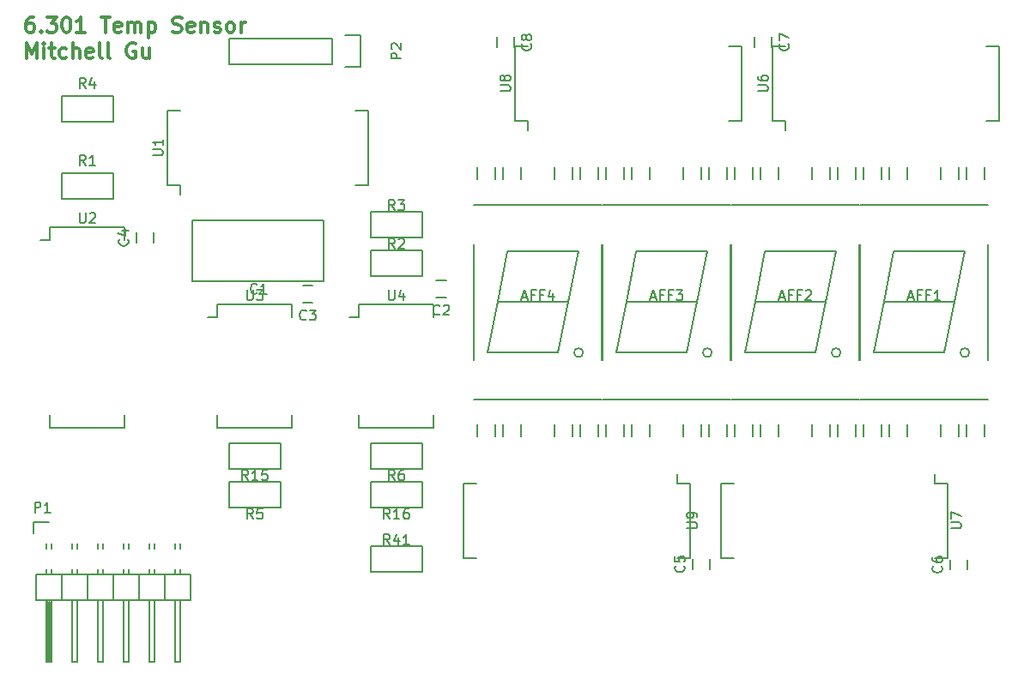
<source format=gto>
G04 #@! TF.FileFunction,Legend,Top*
%FSLAX46Y46*%
G04 Gerber Fmt 4.6, Leading zero omitted, Abs format (unit mm)*
G04 Created by KiCad (PCBNEW 4.0.4-stable) date Friday, December 09, 2016 'AMt' 01:33:50 AM*
%MOMM*%
%LPD*%
G01*
G04 APERTURE LIST*
%ADD10C,0.100000*%
%ADD11C,0.300000*%
%ADD12C,0.150000*%
G04 APERTURE END LIST*
D10*
D11*
X34655000Y-34098571D02*
X34369286Y-34098571D01*
X34226429Y-34170000D01*
X34155000Y-34241429D01*
X34012143Y-34455714D01*
X33940714Y-34741429D01*
X33940714Y-35312857D01*
X34012143Y-35455714D01*
X34083571Y-35527143D01*
X34226429Y-35598571D01*
X34512143Y-35598571D01*
X34655000Y-35527143D01*
X34726429Y-35455714D01*
X34797857Y-35312857D01*
X34797857Y-34955714D01*
X34726429Y-34812857D01*
X34655000Y-34741429D01*
X34512143Y-34670000D01*
X34226429Y-34670000D01*
X34083571Y-34741429D01*
X34012143Y-34812857D01*
X33940714Y-34955714D01*
X35440714Y-35455714D02*
X35512142Y-35527143D01*
X35440714Y-35598571D01*
X35369285Y-35527143D01*
X35440714Y-35455714D01*
X35440714Y-35598571D01*
X36012143Y-34098571D02*
X36940714Y-34098571D01*
X36440714Y-34670000D01*
X36655000Y-34670000D01*
X36797857Y-34741429D01*
X36869286Y-34812857D01*
X36940714Y-34955714D01*
X36940714Y-35312857D01*
X36869286Y-35455714D01*
X36797857Y-35527143D01*
X36655000Y-35598571D01*
X36226428Y-35598571D01*
X36083571Y-35527143D01*
X36012143Y-35455714D01*
X37869285Y-34098571D02*
X38012142Y-34098571D01*
X38154999Y-34170000D01*
X38226428Y-34241429D01*
X38297857Y-34384286D01*
X38369285Y-34670000D01*
X38369285Y-35027143D01*
X38297857Y-35312857D01*
X38226428Y-35455714D01*
X38154999Y-35527143D01*
X38012142Y-35598571D01*
X37869285Y-35598571D01*
X37726428Y-35527143D01*
X37654999Y-35455714D01*
X37583571Y-35312857D01*
X37512142Y-35027143D01*
X37512142Y-34670000D01*
X37583571Y-34384286D01*
X37654999Y-34241429D01*
X37726428Y-34170000D01*
X37869285Y-34098571D01*
X39797856Y-35598571D02*
X38940713Y-35598571D01*
X39369285Y-35598571D02*
X39369285Y-34098571D01*
X39226428Y-34312857D01*
X39083570Y-34455714D01*
X38940713Y-34527143D01*
X41369284Y-34098571D02*
X42226427Y-34098571D01*
X41797856Y-35598571D02*
X41797856Y-34098571D01*
X43297855Y-35527143D02*
X43154998Y-35598571D01*
X42869284Y-35598571D01*
X42726427Y-35527143D01*
X42654998Y-35384286D01*
X42654998Y-34812857D01*
X42726427Y-34670000D01*
X42869284Y-34598571D01*
X43154998Y-34598571D01*
X43297855Y-34670000D01*
X43369284Y-34812857D01*
X43369284Y-34955714D01*
X42654998Y-35098571D01*
X44012141Y-35598571D02*
X44012141Y-34598571D01*
X44012141Y-34741429D02*
X44083569Y-34670000D01*
X44226427Y-34598571D01*
X44440712Y-34598571D01*
X44583569Y-34670000D01*
X44654998Y-34812857D01*
X44654998Y-35598571D01*
X44654998Y-34812857D02*
X44726427Y-34670000D01*
X44869284Y-34598571D01*
X45083569Y-34598571D01*
X45226427Y-34670000D01*
X45297855Y-34812857D01*
X45297855Y-35598571D01*
X46012141Y-34598571D02*
X46012141Y-36098571D01*
X46012141Y-34670000D02*
X46154998Y-34598571D01*
X46440712Y-34598571D01*
X46583569Y-34670000D01*
X46654998Y-34741429D01*
X46726427Y-34884286D01*
X46726427Y-35312857D01*
X46654998Y-35455714D01*
X46583569Y-35527143D01*
X46440712Y-35598571D01*
X46154998Y-35598571D01*
X46012141Y-35527143D01*
X48440712Y-35527143D02*
X48654998Y-35598571D01*
X49012141Y-35598571D01*
X49154998Y-35527143D01*
X49226427Y-35455714D01*
X49297855Y-35312857D01*
X49297855Y-35170000D01*
X49226427Y-35027143D01*
X49154998Y-34955714D01*
X49012141Y-34884286D01*
X48726427Y-34812857D01*
X48583569Y-34741429D01*
X48512141Y-34670000D01*
X48440712Y-34527143D01*
X48440712Y-34384286D01*
X48512141Y-34241429D01*
X48583569Y-34170000D01*
X48726427Y-34098571D01*
X49083569Y-34098571D01*
X49297855Y-34170000D01*
X50512140Y-35527143D02*
X50369283Y-35598571D01*
X50083569Y-35598571D01*
X49940712Y-35527143D01*
X49869283Y-35384286D01*
X49869283Y-34812857D01*
X49940712Y-34670000D01*
X50083569Y-34598571D01*
X50369283Y-34598571D01*
X50512140Y-34670000D01*
X50583569Y-34812857D01*
X50583569Y-34955714D01*
X49869283Y-35098571D01*
X51226426Y-34598571D02*
X51226426Y-35598571D01*
X51226426Y-34741429D02*
X51297854Y-34670000D01*
X51440712Y-34598571D01*
X51654997Y-34598571D01*
X51797854Y-34670000D01*
X51869283Y-34812857D01*
X51869283Y-35598571D01*
X52512140Y-35527143D02*
X52654997Y-35598571D01*
X52940712Y-35598571D01*
X53083569Y-35527143D01*
X53154997Y-35384286D01*
X53154997Y-35312857D01*
X53083569Y-35170000D01*
X52940712Y-35098571D01*
X52726426Y-35098571D01*
X52583569Y-35027143D01*
X52512140Y-34884286D01*
X52512140Y-34812857D01*
X52583569Y-34670000D01*
X52726426Y-34598571D01*
X52940712Y-34598571D01*
X53083569Y-34670000D01*
X54012141Y-35598571D02*
X53869283Y-35527143D01*
X53797855Y-35455714D01*
X53726426Y-35312857D01*
X53726426Y-34884286D01*
X53797855Y-34741429D01*
X53869283Y-34670000D01*
X54012141Y-34598571D01*
X54226426Y-34598571D01*
X54369283Y-34670000D01*
X54440712Y-34741429D01*
X54512141Y-34884286D01*
X54512141Y-35312857D01*
X54440712Y-35455714D01*
X54369283Y-35527143D01*
X54226426Y-35598571D01*
X54012141Y-35598571D01*
X55154998Y-35598571D02*
X55154998Y-34598571D01*
X55154998Y-34884286D02*
X55226426Y-34741429D01*
X55297855Y-34670000D01*
X55440712Y-34598571D01*
X55583569Y-34598571D01*
X34012143Y-38148571D02*
X34012143Y-36648571D01*
X34512143Y-37720000D01*
X35012143Y-36648571D01*
X35012143Y-38148571D01*
X35726429Y-38148571D02*
X35726429Y-37148571D01*
X35726429Y-36648571D02*
X35655000Y-36720000D01*
X35726429Y-36791429D01*
X35797857Y-36720000D01*
X35726429Y-36648571D01*
X35726429Y-36791429D01*
X36226429Y-37148571D02*
X36797858Y-37148571D01*
X36440715Y-36648571D02*
X36440715Y-37934286D01*
X36512143Y-38077143D01*
X36655001Y-38148571D01*
X36797858Y-38148571D01*
X37940715Y-38077143D02*
X37797858Y-38148571D01*
X37512144Y-38148571D01*
X37369286Y-38077143D01*
X37297858Y-38005714D01*
X37226429Y-37862857D01*
X37226429Y-37434286D01*
X37297858Y-37291429D01*
X37369286Y-37220000D01*
X37512144Y-37148571D01*
X37797858Y-37148571D01*
X37940715Y-37220000D01*
X38583572Y-38148571D02*
X38583572Y-36648571D01*
X39226429Y-38148571D02*
X39226429Y-37362857D01*
X39155000Y-37220000D01*
X39012143Y-37148571D01*
X38797858Y-37148571D01*
X38655000Y-37220000D01*
X38583572Y-37291429D01*
X40512143Y-38077143D02*
X40369286Y-38148571D01*
X40083572Y-38148571D01*
X39940715Y-38077143D01*
X39869286Y-37934286D01*
X39869286Y-37362857D01*
X39940715Y-37220000D01*
X40083572Y-37148571D01*
X40369286Y-37148571D01*
X40512143Y-37220000D01*
X40583572Y-37362857D01*
X40583572Y-37505714D01*
X39869286Y-37648571D01*
X41440715Y-38148571D02*
X41297857Y-38077143D01*
X41226429Y-37934286D01*
X41226429Y-36648571D01*
X42226429Y-38148571D02*
X42083571Y-38077143D01*
X42012143Y-37934286D01*
X42012143Y-36648571D01*
X44726428Y-36720000D02*
X44583571Y-36648571D01*
X44369285Y-36648571D01*
X44155000Y-36720000D01*
X44012142Y-36862857D01*
X43940714Y-37005714D01*
X43869285Y-37291429D01*
X43869285Y-37505714D01*
X43940714Y-37791429D01*
X44012142Y-37934286D01*
X44155000Y-38077143D01*
X44369285Y-38148571D01*
X44512142Y-38148571D01*
X44726428Y-38077143D01*
X44797857Y-38005714D01*
X44797857Y-37505714D01*
X44512142Y-37505714D01*
X46083571Y-37148571D02*
X46083571Y-38148571D01*
X45440714Y-37148571D02*
X45440714Y-37934286D01*
X45512142Y-38077143D01*
X45655000Y-38148571D01*
X45869285Y-38148571D01*
X46012142Y-38077143D01*
X46083571Y-38005714D01*
D12*
X52840000Y-62475000D02*
X52840000Y-63745000D01*
X60190000Y-62475000D02*
X60190000Y-63745000D01*
X60190000Y-74685000D02*
X60190000Y-73415000D01*
X52840000Y-74685000D02*
X52840000Y-73415000D01*
X52840000Y-62475000D02*
X60190000Y-62475000D01*
X52840000Y-74685000D02*
X60190000Y-74685000D01*
X52840000Y-63745000D02*
X51905000Y-63745000D01*
X36330000Y-54855000D02*
X36330000Y-56125000D01*
X43680000Y-54855000D02*
X43680000Y-56125000D01*
X43680000Y-74685000D02*
X43680000Y-73415000D01*
X36330000Y-74685000D02*
X36330000Y-73415000D01*
X36330000Y-54855000D02*
X43680000Y-54855000D01*
X36330000Y-74685000D02*
X43680000Y-74685000D01*
X36330000Y-56125000D02*
X35395000Y-56125000D01*
X66810000Y-62475000D02*
X66810000Y-63745000D01*
X74160000Y-62475000D02*
X74160000Y-63745000D01*
X74160000Y-74685000D02*
X74160000Y-73415000D01*
X66810000Y-74685000D02*
X66810000Y-73415000D01*
X66810000Y-62475000D02*
X74160000Y-62475000D01*
X66810000Y-74685000D02*
X74160000Y-74685000D01*
X66810000Y-63745000D02*
X65875000Y-63745000D01*
X124850000Y-80145000D02*
X123580000Y-80145000D01*
X124850000Y-87495000D02*
X123580000Y-87495000D01*
X102480000Y-87495000D02*
X103750000Y-87495000D01*
X102480000Y-80145000D02*
X103750000Y-80145000D01*
X124850000Y-80145000D02*
X124850000Y-87495000D01*
X102480000Y-80145000D02*
X102480000Y-87495000D01*
X123580000Y-80145000D02*
X123580000Y-79210000D01*
X47870000Y-50665000D02*
X49140000Y-50665000D01*
X47870000Y-43315000D02*
X49140000Y-43315000D01*
X67700000Y-43315000D02*
X66430000Y-43315000D01*
X67700000Y-50665000D02*
X66430000Y-50665000D01*
X47870000Y-50665000D02*
X47870000Y-43315000D01*
X67700000Y-50665000D02*
X67700000Y-43315000D01*
X49140000Y-50665000D02*
X49140000Y-51600000D01*
X42545000Y-52070000D02*
X37465000Y-52070000D01*
X37465000Y-52070000D02*
X37465000Y-49530000D01*
X37465000Y-49530000D02*
X42545000Y-49530000D01*
X42545000Y-49530000D02*
X42545000Y-52070000D01*
X73025000Y-59690000D02*
X67945000Y-59690000D01*
X67945000Y-59690000D02*
X67945000Y-57150000D01*
X67945000Y-57150000D02*
X73025000Y-57150000D01*
X73025000Y-57150000D02*
X73025000Y-59690000D01*
X73025000Y-55880000D02*
X67945000Y-55880000D01*
X67945000Y-55880000D02*
X67945000Y-53340000D01*
X67945000Y-53340000D02*
X73025000Y-53340000D01*
X73025000Y-53340000D02*
X73025000Y-55880000D01*
X127002214Y-67230000D02*
G75*
G03X127002214Y-67230000I-447214J0D01*
G01*
X119555000Y-57230000D02*
X118555000Y-62230000D01*
X118555000Y-62230000D02*
X117555000Y-67230000D01*
X117555000Y-67230000D02*
X124555000Y-67230000D01*
X124555000Y-67230000D02*
X125555000Y-62230000D01*
X126555000Y-57230000D02*
X125555000Y-62230000D01*
X125555000Y-62230000D02*
X118555000Y-62230000D01*
X119555000Y-57230000D02*
X126555000Y-57230000D01*
X128855000Y-71830000D02*
X116255000Y-71830000D01*
X116255000Y-56530000D02*
X116255000Y-67930000D01*
X128855000Y-56530000D02*
X128855000Y-67930000D01*
X116255000Y-52630000D02*
X128855000Y-52630000D01*
X48641000Y-86614000D02*
X48641000Y-86106000D01*
X49149000Y-86614000D02*
X49149000Y-86106000D01*
X46609000Y-86614000D02*
X46609000Y-86106000D01*
X46101000Y-86614000D02*
X46101000Y-86106000D01*
X44069000Y-86614000D02*
X44069000Y-86106000D01*
X43561000Y-86614000D02*
X43561000Y-86106000D01*
X35941000Y-86614000D02*
X35941000Y-86106000D01*
X36449000Y-86614000D02*
X36449000Y-86106000D01*
X41529000Y-86614000D02*
X41529000Y-86106000D01*
X41021000Y-86614000D02*
X41021000Y-86106000D01*
X38989000Y-86614000D02*
X38989000Y-86106000D01*
X38481000Y-86614000D02*
X38481000Y-86106000D01*
X49149000Y-89154000D02*
X49149000Y-88646000D01*
X48641000Y-89154000D02*
X48641000Y-88646000D01*
X46609000Y-89154000D02*
X46609000Y-88646000D01*
X46101000Y-89154000D02*
X46101000Y-88646000D01*
X35941000Y-89154000D02*
X35941000Y-88646000D01*
X36449000Y-89154000D02*
X36449000Y-88646000D01*
X38481000Y-89154000D02*
X38481000Y-88646000D01*
X38989000Y-89154000D02*
X38989000Y-88646000D01*
X44069000Y-89154000D02*
X44069000Y-88646000D01*
X43561000Y-89154000D02*
X43561000Y-88646000D01*
X41529000Y-89154000D02*
X41529000Y-88646000D01*
X41021000Y-89154000D02*
X41021000Y-88646000D01*
X34645000Y-85090000D02*
X34645000Y-83940000D01*
X34645000Y-83940000D02*
X36195000Y-83940000D01*
X36068000Y-91694000D02*
X36068000Y-97663000D01*
X36068000Y-97663000D02*
X36322000Y-97663000D01*
X36322000Y-97663000D02*
X36322000Y-91821000D01*
X36322000Y-91821000D02*
X36195000Y-91821000D01*
X36195000Y-91821000D02*
X36195000Y-97663000D01*
X45085000Y-89154000D02*
X45085000Y-91694000D01*
X45085000Y-89154000D02*
X47625000Y-89154000D01*
X47625000Y-89154000D02*
X47625000Y-91694000D01*
X46101000Y-91694000D02*
X46101000Y-97790000D01*
X46101000Y-97790000D02*
X46609000Y-97790000D01*
X46609000Y-97790000D02*
X46609000Y-91694000D01*
X47625000Y-91694000D02*
X45085000Y-91694000D01*
X50165000Y-91694000D02*
X47625000Y-91694000D01*
X49149000Y-97790000D02*
X49149000Y-91694000D01*
X48641000Y-97790000D02*
X49149000Y-97790000D01*
X48641000Y-91694000D02*
X48641000Y-97790000D01*
X47625000Y-89154000D02*
X50165000Y-89154000D01*
X47625000Y-89154000D02*
X47625000Y-91694000D01*
X50165000Y-89154000D02*
X50165000Y-91694000D01*
X40005000Y-89154000D02*
X40005000Y-91694000D01*
X40005000Y-89154000D02*
X42545000Y-89154000D01*
X42545000Y-89154000D02*
X42545000Y-91694000D01*
X41021000Y-91694000D02*
X41021000Y-97790000D01*
X41021000Y-97790000D02*
X41529000Y-97790000D01*
X41529000Y-97790000D02*
X41529000Y-91694000D01*
X42545000Y-91694000D02*
X40005000Y-91694000D01*
X45085000Y-91694000D02*
X42545000Y-91694000D01*
X44069000Y-97790000D02*
X44069000Y-91694000D01*
X43561000Y-97790000D02*
X44069000Y-97790000D01*
X43561000Y-91694000D02*
X43561000Y-97790000D01*
X45085000Y-89154000D02*
X45085000Y-91694000D01*
X42545000Y-89154000D02*
X45085000Y-89154000D01*
X42545000Y-89154000D02*
X42545000Y-91694000D01*
X37465000Y-89154000D02*
X37465000Y-91694000D01*
X37465000Y-89154000D02*
X40005000Y-89154000D01*
X40005000Y-89154000D02*
X40005000Y-91694000D01*
X38481000Y-91694000D02*
X38481000Y-97790000D01*
X38481000Y-97790000D02*
X38989000Y-97790000D01*
X38989000Y-97790000D02*
X38989000Y-91694000D01*
X40005000Y-91694000D02*
X37465000Y-91694000D01*
X37465000Y-91694000D02*
X34925000Y-91694000D01*
X36449000Y-97790000D02*
X36449000Y-91694000D01*
X35941000Y-97790000D02*
X36449000Y-97790000D01*
X35941000Y-91694000D02*
X35941000Y-97790000D01*
X37465000Y-89154000D02*
X37465000Y-91694000D01*
X34925000Y-89154000D02*
X37465000Y-89154000D01*
X34925000Y-89154000D02*
X34925000Y-91694000D01*
X37465000Y-41910000D02*
X42545000Y-41910000D01*
X42545000Y-41910000D02*
X42545000Y-44450000D01*
X42545000Y-44450000D02*
X37465000Y-44450000D01*
X37465000Y-44450000D02*
X37465000Y-41910000D01*
X53975000Y-80010000D02*
X59055000Y-80010000D01*
X59055000Y-80010000D02*
X59055000Y-82550000D01*
X59055000Y-82550000D02*
X53975000Y-82550000D01*
X53975000Y-82550000D02*
X53975000Y-80010000D01*
X67945000Y-76200000D02*
X73025000Y-76200000D01*
X73025000Y-76200000D02*
X73025000Y-78740000D01*
X73025000Y-78740000D02*
X67945000Y-78740000D01*
X67945000Y-78740000D02*
X67945000Y-76200000D01*
X59055000Y-78740000D02*
X53975000Y-78740000D01*
X53975000Y-78740000D02*
X53975000Y-76200000D01*
X53975000Y-76200000D02*
X59055000Y-76200000D01*
X59055000Y-76200000D02*
X59055000Y-78740000D01*
X73025000Y-82550000D02*
X67945000Y-82550000D01*
X67945000Y-82550000D02*
X67945000Y-80010000D01*
X67945000Y-80010000D02*
X73025000Y-80010000D01*
X73025000Y-80010000D02*
X73025000Y-82550000D01*
X114302214Y-67230000D02*
G75*
G03X114302214Y-67230000I-447214J0D01*
G01*
X106855000Y-57230000D02*
X105855000Y-62230000D01*
X105855000Y-62230000D02*
X104855000Y-67230000D01*
X104855000Y-67230000D02*
X111855000Y-67230000D01*
X111855000Y-67230000D02*
X112855000Y-62230000D01*
X113855000Y-57230000D02*
X112855000Y-62230000D01*
X112855000Y-62230000D02*
X105855000Y-62230000D01*
X106855000Y-57230000D02*
X113855000Y-57230000D01*
X116155000Y-71830000D02*
X103555000Y-71830000D01*
X103555000Y-56530000D02*
X103555000Y-67930000D01*
X116155000Y-56530000D02*
X116155000Y-67930000D01*
X103555000Y-52630000D02*
X116155000Y-52630000D01*
X101602214Y-67230000D02*
G75*
G03X101602214Y-67230000I-447214J0D01*
G01*
X94155000Y-57230000D02*
X93155000Y-62230000D01*
X93155000Y-62230000D02*
X92155000Y-67230000D01*
X92155000Y-67230000D02*
X99155000Y-67230000D01*
X99155000Y-67230000D02*
X100155000Y-62230000D01*
X101155000Y-57230000D02*
X100155000Y-62230000D01*
X100155000Y-62230000D02*
X93155000Y-62230000D01*
X94155000Y-57230000D02*
X101155000Y-57230000D01*
X103455000Y-71830000D02*
X90855000Y-71830000D01*
X90855000Y-56530000D02*
X90855000Y-67930000D01*
X103455000Y-56530000D02*
X103455000Y-67930000D01*
X90855000Y-52630000D02*
X103455000Y-52630000D01*
X88902214Y-67230000D02*
G75*
G03X88902214Y-67230000I-447214J0D01*
G01*
X81455000Y-57230000D02*
X80455000Y-62230000D01*
X80455000Y-62230000D02*
X79455000Y-67230000D01*
X79455000Y-67230000D02*
X86455000Y-67230000D01*
X86455000Y-67230000D02*
X87455000Y-62230000D01*
X88455000Y-57230000D02*
X87455000Y-62230000D01*
X87455000Y-62230000D02*
X80455000Y-62230000D01*
X81455000Y-57230000D02*
X88455000Y-57230000D01*
X90755000Y-71830000D02*
X78155000Y-71830000D01*
X78155000Y-56530000D02*
X78155000Y-67930000D01*
X90755000Y-56530000D02*
X90755000Y-67930000D01*
X78155000Y-52630000D02*
X90755000Y-52630000D01*
X50316000Y-54150000D02*
X63316000Y-54150000D01*
X63316000Y-54150000D02*
X63316000Y-60150000D01*
X63316000Y-60150000D02*
X50316000Y-60150000D01*
X50316000Y-60150000D02*
X50316000Y-54150000D01*
X128510000Y-48930000D02*
X128510000Y-50130000D01*
X126760000Y-50130000D02*
X126760000Y-48930000D01*
X126760000Y-75530000D02*
X126760000Y-74330000D01*
X128510000Y-74330000D02*
X128510000Y-75530000D01*
X125970000Y-48930000D02*
X125970000Y-50130000D01*
X124220000Y-50130000D02*
X124220000Y-48930000D01*
X124220000Y-75530000D02*
X124220000Y-74330000D01*
X125970000Y-74330000D02*
X125970000Y-75530000D01*
X120890000Y-48930000D02*
X120890000Y-50130000D01*
X119140000Y-50130000D02*
X119140000Y-48930000D01*
X119140000Y-75530000D02*
X119140000Y-74330000D01*
X120890000Y-74330000D02*
X120890000Y-75530000D01*
X118350000Y-48930000D02*
X118350000Y-50130000D01*
X116600000Y-50130000D02*
X116600000Y-48930000D01*
X116600000Y-75530000D02*
X116600000Y-74330000D01*
X118350000Y-74330000D02*
X118350000Y-75530000D01*
X115810000Y-48930000D02*
X115810000Y-50130000D01*
X114060000Y-50130000D02*
X114060000Y-48930000D01*
X114060000Y-75530000D02*
X114060000Y-74330000D01*
X115810000Y-74330000D02*
X115810000Y-75530000D01*
X113270000Y-48930000D02*
X113270000Y-50130000D01*
X111520000Y-50130000D02*
X111520000Y-48930000D01*
X111520000Y-75530000D02*
X111520000Y-74330000D01*
X113270000Y-74330000D02*
X113270000Y-75530000D01*
X108190000Y-48930000D02*
X108190000Y-50130000D01*
X106440000Y-50130000D02*
X106440000Y-48930000D01*
X106440000Y-75530000D02*
X106440000Y-74330000D01*
X108190000Y-74330000D02*
X108190000Y-75530000D01*
X105650000Y-48930000D02*
X105650000Y-50130000D01*
X103900000Y-50130000D02*
X103900000Y-48930000D01*
X103900000Y-75530000D02*
X103900000Y-74330000D01*
X105650000Y-74330000D02*
X105650000Y-75530000D01*
X103110000Y-48930000D02*
X103110000Y-50130000D01*
X101360000Y-50130000D02*
X101360000Y-48930000D01*
X101360000Y-75530000D02*
X101360000Y-74330000D01*
X103110000Y-74330000D02*
X103110000Y-75530000D01*
X100570000Y-48930000D02*
X100570000Y-50130000D01*
X98820000Y-50130000D02*
X98820000Y-48930000D01*
X98820000Y-75530000D02*
X98820000Y-74330000D01*
X100570000Y-74330000D02*
X100570000Y-75530000D01*
X95490000Y-48930000D02*
X95490000Y-50130000D01*
X93740000Y-50130000D02*
X93740000Y-48930000D01*
X93740000Y-75530000D02*
X93740000Y-74330000D01*
X95490000Y-74330000D02*
X95490000Y-75530000D01*
X92950000Y-48930000D02*
X92950000Y-50130000D01*
X91200000Y-50130000D02*
X91200000Y-48930000D01*
X91200000Y-75530000D02*
X91200000Y-74330000D01*
X92950000Y-74330000D02*
X92950000Y-75530000D01*
X90410000Y-48930000D02*
X90410000Y-50130000D01*
X88660000Y-50130000D02*
X88660000Y-48930000D01*
X88660000Y-75530000D02*
X88660000Y-74330000D01*
X90410000Y-74330000D02*
X90410000Y-75530000D01*
X87870000Y-48930000D02*
X87870000Y-50130000D01*
X86120000Y-50130000D02*
X86120000Y-48930000D01*
X86120000Y-75530000D02*
X86120000Y-74330000D01*
X87870000Y-74330000D02*
X87870000Y-75530000D01*
X82790000Y-48930000D02*
X82790000Y-50130000D01*
X81040000Y-50130000D02*
X81040000Y-48930000D01*
X81040000Y-75530000D02*
X81040000Y-74330000D01*
X82790000Y-74330000D02*
X82790000Y-75530000D01*
X80250000Y-48930000D02*
X80250000Y-50130000D01*
X78500000Y-50130000D02*
X78500000Y-48930000D01*
X78500000Y-75530000D02*
X78500000Y-74330000D01*
X80250000Y-74330000D02*
X80250000Y-75530000D01*
X107560000Y-44315000D02*
X108830000Y-44315000D01*
X107560000Y-36965000D02*
X108830000Y-36965000D01*
X129930000Y-36965000D02*
X128660000Y-36965000D01*
X129930000Y-44315000D02*
X128660000Y-44315000D01*
X107560000Y-44315000D02*
X107560000Y-36965000D01*
X129930000Y-44315000D02*
X129930000Y-36965000D01*
X108830000Y-44315000D02*
X108830000Y-45250000D01*
X82160000Y-44315000D02*
X83430000Y-44315000D01*
X82160000Y-36965000D02*
X83430000Y-36965000D01*
X104530000Y-36965000D02*
X103260000Y-36965000D01*
X104530000Y-44315000D02*
X103260000Y-44315000D01*
X82160000Y-44315000D02*
X82160000Y-36965000D01*
X104530000Y-44315000D02*
X104530000Y-36965000D01*
X83430000Y-44315000D02*
X83430000Y-45250000D01*
X99450000Y-80145000D02*
X98180000Y-80145000D01*
X99450000Y-87495000D02*
X98180000Y-87495000D01*
X77080000Y-87495000D02*
X78350000Y-87495000D01*
X77080000Y-80145000D02*
X78350000Y-80145000D01*
X99450000Y-80145000D02*
X99450000Y-87495000D01*
X77080000Y-80145000D02*
X77080000Y-87495000D01*
X98180000Y-80145000D02*
X98180000Y-79210000D01*
X65405000Y-35915000D02*
X66955000Y-35915000D01*
X66955000Y-35915000D02*
X66955000Y-39015000D01*
X66955000Y-39015000D02*
X65405000Y-39015000D01*
X64135000Y-38735000D02*
X53975000Y-38735000D01*
X53975000Y-38735000D02*
X53975000Y-36195000D01*
X53975000Y-36195000D02*
X64135000Y-36195000D01*
X64135000Y-38735000D02*
X64135000Y-36195000D01*
X73025000Y-88900000D02*
X67945000Y-88900000D01*
X67945000Y-88900000D02*
X67945000Y-86360000D01*
X67945000Y-86360000D02*
X73025000Y-86360000D01*
X73025000Y-86360000D02*
X73025000Y-88900000D01*
X74410000Y-61810000D02*
X75410000Y-61810000D01*
X75410000Y-60110000D02*
X74410000Y-60110000D01*
X61242000Y-62318000D02*
X62242000Y-62318000D01*
X62242000Y-60618000D02*
X61242000Y-60618000D01*
X44870000Y-55380000D02*
X44870000Y-56380000D01*
X46570000Y-56380000D02*
X46570000Y-55380000D01*
X99734000Y-87618000D02*
X99734000Y-88618000D01*
X101434000Y-88618000D02*
X101434000Y-87618000D01*
X125134000Y-87658000D02*
X125134000Y-88658000D01*
X126834000Y-88658000D02*
X126834000Y-87658000D01*
X107530000Y-37076000D02*
X107530000Y-36076000D01*
X105830000Y-36076000D02*
X105830000Y-37076000D01*
X82130000Y-37076000D02*
X82130000Y-36076000D01*
X80430000Y-36076000D02*
X80430000Y-37076000D01*
X55753095Y-61047381D02*
X55753095Y-61856905D01*
X55800714Y-61952143D01*
X55848333Y-61999762D01*
X55943571Y-62047381D01*
X56134048Y-62047381D01*
X56229286Y-61999762D01*
X56276905Y-61952143D01*
X56324524Y-61856905D01*
X56324524Y-61047381D01*
X56705476Y-61047381D02*
X57324524Y-61047381D01*
X56991190Y-61428333D01*
X57134048Y-61428333D01*
X57229286Y-61475952D01*
X57276905Y-61523571D01*
X57324524Y-61618810D01*
X57324524Y-61856905D01*
X57276905Y-61952143D01*
X57229286Y-61999762D01*
X57134048Y-62047381D01*
X56848333Y-62047381D01*
X56753095Y-61999762D01*
X56705476Y-61952143D01*
X39243095Y-53427381D02*
X39243095Y-54236905D01*
X39290714Y-54332143D01*
X39338333Y-54379762D01*
X39433571Y-54427381D01*
X39624048Y-54427381D01*
X39719286Y-54379762D01*
X39766905Y-54332143D01*
X39814524Y-54236905D01*
X39814524Y-53427381D01*
X40243095Y-53522619D02*
X40290714Y-53475000D01*
X40385952Y-53427381D01*
X40624048Y-53427381D01*
X40719286Y-53475000D01*
X40766905Y-53522619D01*
X40814524Y-53617857D01*
X40814524Y-53713095D01*
X40766905Y-53855952D01*
X40195476Y-54427381D01*
X40814524Y-54427381D01*
X69723095Y-61047381D02*
X69723095Y-61856905D01*
X69770714Y-61952143D01*
X69818333Y-61999762D01*
X69913571Y-62047381D01*
X70104048Y-62047381D01*
X70199286Y-61999762D01*
X70246905Y-61952143D01*
X70294524Y-61856905D01*
X70294524Y-61047381D01*
X71199286Y-61380714D02*
X71199286Y-62047381D01*
X70961190Y-60999762D02*
X70723095Y-61714048D01*
X71342143Y-61714048D01*
X125182381Y-84581905D02*
X125991905Y-84581905D01*
X126087143Y-84534286D01*
X126134762Y-84486667D01*
X126182381Y-84391429D01*
X126182381Y-84200952D01*
X126134762Y-84105714D01*
X126087143Y-84058095D01*
X125991905Y-84010476D01*
X125182381Y-84010476D01*
X125182381Y-83629524D02*
X125182381Y-82962857D01*
X126182381Y-83391429D01*
X46442381Y-47751905D02*
X47251905Y-47751905D01*
X47347143Y-47704286D01*
X47394762Y-47656667D01*
X47442381Y-47561429D01*
X47442381Y-47370952D01*
X47394762Y-47275714D01*
X47347143Y-47228095D01*
X47251905Y-47180476D01*
X46442381Y-47180476D01*
X47442381Y-46180476D02*
X47442381Y-46751905D01*
X47442381Y-46466191D02*
X46442381Y-46466191D01*
X46585238Y-46561429D01*
X46680476Y-46656667D01*
X46728095Y-46751905D01*
X39838334Y-48712381D02*
X39505000Y-48236190D01*
X39266905Y-48712381D02*
X39266905Y-47712381D01*
X39647858Y-47712381D01*
X39743096Y-47760000D01*
X39790715Y-47807619D01*
X39838334Y-47902857D01*
X39838334Y-48045714D01*
X39790715Y-48140952D01*
X39743096Y-48188571D01*
X39647858Y-48236190D01*
X39266905Y-48236190D01*
X40790715Y-48712381D02*
X40219286Y-48712381D01*
X40505000Y-48712381D02*
X40505000Y-47712381D01*
X40409762Y-47855238D01*
X40314524Y-47950476D01*
X40219286Y-47998095D01*
X70318334Y-56967381D02*
X69985000Y-56491190D01*
X69746905Y-56967381D02*
X69746905Y-55967381D01*
X70127858Y-55967381D01*
X70223096Y-56015000D01*
X70270715Y-56062619D01*
X70318334Y-56157857D01*
X70318334Y-56300714D01*
X70270715Y-56395952D01*
X70223096Y-56443571D01*
X70127858Y-56491190D01*
X69746905Y-56491190D01*
X70699286Y-56062619D02*
X70746905Y-56015000D01*
X70842143Y-55967381D01*
X71080239Y-55967381D01*
X71175477Y-56015000D01*
X71223096Y-56062619D01*
X71270715Y-56157857D01*
X71270715Y-56253095D01*
X71223096Y-56395952D01*
X70651667Y-56967381D01*
X71270715Y-56967381D01*
X70318334Y-53157381D02*
X69985000Y-52681190D01*
X69746905Y-53157381D02*
X69746905Y-52157381D01*
X70127858Y-52157381D01*
X70223096Y-52205000D01*
X70270715Y-52252619D01*
X70318334Y-52347857D01*
X70318334Y-52490714D01*
X70270715Y-52585952D01*
X70223096Y-52633571D01*
X70127858Y-52681190D01*
X69746905Y-52681190D01*
X70651667Y-52157381D02*
X71270715Y-52157381D01*
X70937381Y-52538333D01*
X71080239Y-52538333D01*
X71175477Y-52585952D01*
X71223096Y-52633571D01*
X71270715Y-52728810D01*
X71270715Y-52966905D01*
X71223096Y-53062143D01*
X71175477Y-53109762D01*
X71080239Y-53157381D01*
X70794524Y-53157381D01*
X70699286Y-53109762D01*
X70651667Y-53062143D01*
X120983571Y-61761667D02*
X121459762Y-61761667D01*
X120888333Y-62047381D02*
X121221666Y-61047381D01*
X121555000Y-62047381D01*
X122221667Y-61523571D02*
X121888333Y-61523571D01*
X121888333Y-62047381D02*
X121888333Y-61047381D01*
X122364524Y-61047381D01*
X123078810Y-61523571D02*
X122745476Y-61523571D01*
X122745476Y-62047381D02*
X122745476Y-61047381D01*
X123221667Y-61047381D01*
X124126429Y-62047381D02*
X123555000Y-62047381D01*
X123840714Y-62047381D02*
X123840714Y-61047381D01*
X123745476Y-61190238D01*
X123650238Y-61285476D01*
X123555000Y-61333095D01*
X34821905Y-83002381D02*
X34821905Y-82002381D01*
X35202858Y-82002381D01*
X35298096Y-82050000D01*
X35345715Y-82097619D01*
X35393334Y-82192857D01*
X35393334Y-82335714D01*
X35345715Y-82430952D01*
X35298096Y-82478571D01*
X35202858Y-82526190D01*
X34821905Y-82526190D01*
X36345715Y-83002381D02*
X35774286Y-83002381D01*
X36060000Y-83002381D02*
X36060000Y-82002381D01*
X35964762Y-82145238D01*
X35869524Y-82240476D01*
X35774286Y-82288095D01*
X39838334Y-41092381D02*
X39505000Y-40616190D01*
X39266905Y-41092381D02*
X39266905Y-40092381D01*
X39647858Y-40092381D01*
X39743096Y-40140000D01*
X39790715Y-40187619D01*
X39838334Y-40282857D01*
X39838334Y-40425714D01*
X39790715Y-40520952D01*
X39743096Y-40568571D01*
X39647858Y-40616190D01*
X39266905Y-40616190D01*
X40695477Y-40425714D02*
X40695477Y-41092381D01*
X40457381Y-40044762D02*
X40219286Y-40759048D01*
X40838334Y-40759048D01*
X56348334Y-83637381D02*
X56015000Y-83161190D01*
X55776905Y-83637381D02*
X55776905Y-82637381D01*
X56157858Y-82637381D01*
X56253096Y-82685000D01*
X56300715Y-82732619D01*
X56348334Y-82827857D01*
X56348334Y-82970714D01*
X56300715Y-83065952D01*
X56253096Y-83113571D01*
X56157858Y-83161190D01*
X55776905Y-83161190D01*
X57253096Y-82637381D02*
X56776905Y-82637381D01*
X56729286Y-83113571D01*
X56776905Y-83065952D01*
X56872143Y-83018333D01*
X57110239Y-83018333D01*
X57205477Y-83065952D01*
X57253096Y-83113571D01*
X57300715Y-83208810D01*
X57300715Y-83446905D01*
X57253096Y-83542143D01*
X57205477Y-83589762D01*
X57110239Y-83637381D01*
X56872143Y-83637381D01*
X56776905Y-83589762D01*
X56729286Y-83542143D01*
X70318334Y-79827381D02*
X69985000Y-79351190D01*
X69746905Y-79827381D02*
X69746905Y-78827381D01*
X70127858Y-78827381D01*
X70223096Y-78875000D01*
X70270715Y-78922619D01*
X70318334Y-79017857D01*
X70318334Y-79160714D01*
X70270715Y-79255952D01*
X70223096Y-79303571D01*
X70127858Y-79351190D01*
X69746905Y-79351190D01*
X71175477Y-78827381D02*
X70985000Y-78827381D01*
X70889762Y-78875000D01*
X70842143Y-78922619D01*
X70746905Y-79065476D01*
X70699286Y-79255952D01*
X70699286Y-79636905D01*
X70746905Y-79732143D01*
X70794524Y-79779762D01*
X70889762Y-79827381D01*
X71080239Y-79827381D01*
X71175477Y-79779762D01*
X71223096Y-79732143D01*
X71270715Y-79636905D01*
X71270715Y-79398810D01*
X71223096Y-79303571D01*
X71175477Y-79255952D01*
X71080239Y-79208333D01*
X70889762Y-79208333D01*
X70794524Y-79255952D01*
X70746905Y-79303571D01*
X70699286Y-79398810D01*
X55872143Y-79827381D02*
X55538809Y-79351190D01*
X55300714Y-79827381D02*
X55300714Y-78827381D01*
X55681667Y-78827381D01*
X55776905Y-78875000D01*
X55824524Y-78922619D01*
X55872143Y-79017857D01*
X55872143Y-79160714D01*
X55824524Y-79255952D01*
X55776905Y-79303571D01*
X55681667Y-79351190D01*
X55300714Y-79351190D01*
X56824524Y-79827381D02*
X56253095Y-79827381D01*
X56538809Y-79827381D02*
X56538809Y-78827381D01*
X56443571Y-78970238D01*
X56348333Y-79065476D01*
X56253095Y-79113095D01*
X57729286Y-78827381D02*
X57253095Y-78827381D01*
X57205476Y-79303571D01*
X57253095Y-79255952D01*
X57348333Y-79208333D01*
X57586429Y-79208333D01*
X57681667Y-79255952D01*
X57729286Y-79303571D01*
X57776905Y-79398810D01*
X57776905Y-79636905D01*
X57729286Y-79732143D01*
X57681667Y-79779762D01*
X57586429Y-79827381D01*
X57348333Y-79827381D01*
X57253095Y-79779762D01*
X57205476Y-79732143D01*
X69842143Y-83637381D02*
X69508809Y-83161190D01*
X69270714Y-83637381D02*
X69270714Y-82637381D01*
X69651667Y-82637381D01*
X69746905Y-82685000D01*
X69794524Y-82732619D01*
X69842143Y-82827857D01*
X69842143Y-82970714D01*
X69794524Y-83065952D01*
X69746905Y-83113571D01*
X69651667Y-83161190D01*
X69270714Y-83161190D01*
X70794524Y-83637381D02*
X70223095Y-83637381D01*
X70508809Y-83637381D02*
X70508809Y-82637381D01*
X70413571Y-82780238D01*
X70318333Y-82875476D01*
X70223095Y-82923095D01*
X71651667Y-82637381D02*
X71461190Y-82637381D01*
X71365952Y-82685000D01*
X71318333Y-82732619D01*
X71223095Y-82875476D01*
X71175476Y-83065952D01*
X71175476Y-83446905D01*
X71223095Y-83542143D01*
X71270714Y-83589762D01*
X71365952Y-83637381D01*
X71556429Y-83637381D01*
X71651667Y-83589762D01*
X71699286Y-83542143D01*
X71746905Y-83446905D01*
X71746905Y-83208810D01*
X71699286Y-83113571D01*
X71651667Y-83065952D01*
X71556429Y-83018333D01*
X71365952Y-83018333D01*
X71270714Y-83065952D01*
X71223095Y-83113571D01*
X71175476Y-83208810D01*
X108283571Y-61761667D02*
X108759762Y-61761667D01*
X108188333Y-62047381D02*
X108521666Y-61047381D01*
X108855000Y-62047381D01*
X109521667Y-61523571D02*
X109188333Y-61523571D01*
X109188333Y-62047381D02*
X109188333Y-61047381D01*
X109664524Y-61047381D01*
X110378810Y-61523571D02*
X110045476Y-61523571D01*
X110045476Y-62047381D02*
X110045476Y-61047381D01*
X110521667Y-61047381D01*
X110855000Y-61142619D02*
X110902619Y-61095000D01*
X110997857Y-61047381D01*
X111235953Y-61047381D01*
X111331191Y-61095000D01*
X111378810Y-61142619D01*
X111426429Y-61237857D01*
X111426429Y-61333095D01*
X111378810Y-61475952D01*
X110807381Y-62047381D01*
X111426429Y-62047381D01*
X95583571Y-61761667D02*
X96059762Y-61761667D01*
X95488333Y-62047381D02*
X95821666Y-61047381D01*
X96155000Y-62047381D01*
X96821667Y-61523571D02*
X96488333Y-61523571D01*
X96488333Y-62047381D02*
X96488333Y-61047381D01*
X96964524Y-61047381D01*
X97678810Y-61523571D02*
X97345476Y-61523571D01*
X97345476Y-62047381D02*
X97345476Y-61047381D01*
X97821667Y-61047381D01*
X98107381Y-61047381D02*
X98726429Y-61047381D01*
X98393095Y-61428333D01*
X98535953Y-61428333D01*
X98631191Y-61475952D01*
X98678810Y-61523571D01*
X98726429Y-61618810D01*
X98726429Y-61856905D01*
X98678810Y-61952143D01*
X98631191Y-61999762D01*
X98535953Y-62047381D01*
X98250238Y-62047381D01*
X98155000Y-61999762D01*
X98107381Y-61952143D01*
X82883571Y-61761667D02*
X83359762Y-61761667D01*
X82788333Y-62047381D02*
X83121666Y-61047381D01*
X83455000Y-62047381D01*
X84121667Y-61523571D02*
X83788333Y-61523571D01*
X83788333Y-62047381D02*
X83788333Y-61047381D01*
X84264524Y-61047381D01*
X84978810Y-61523571D02*
X84645476Y-61523571D01*
X84645476Y-62047381D02*
X84645476Y-61047381D01*
X85121667Y-61047381D01*
X85931191Y-61380714D02*
X85931191Y-62047381D01*
X85693095Y-60999762D02*
X85455000Y-61714048D01*
X86074048Y-61714048D01*
X56729334Y-61317143D02*
X56681715Y-61364762D01*
X56538858Y-61412381D01*
X56443620Y-61412381D01*
X56300762Y-61364762D01*
X56205524Y-61269524D01*
X56157905Y-61174286D01*
X56110286Y-60983810D01*
X56110286Y-60840952D01*
X56157905Y-60650476D01*
X56205524Y-60555238D01*
X56300762Y-60460000D01*
X56443620Y-60412381D01*
X56538858Y-60412381D01*
X56681715Y-60460000D01*
X56729334Y-60507619D01*
X57681715Y-61412381D02*
X57110286Y-61412381D01*
X57396000Y-61412381D02*
X57396000Y-60412381D01*
X57300762Y-60555238D01*
X57205524Y-60650476D01*
X57110286Y-60698095D01*
X106132381Y-41401905D02*
X106941905Y-41401905D01*
X107037143Y-41354286D01*
X107084762Y-41306667D01*
X107132381Y-41211429D01*
X107132381Y-41020952D01*
X107084762Y-40925714D01*
X107037143Y-40878095D01*
X106941905Y-40830476D01*
X106132381Y-40830476D01*
X106132381Y-39925714D02*
X106132381Y-40116191D01*
X106180000Y-40211429D01*
X106227619Y-40259048D01*
X106370476Y-40354286D01*
X106560952Y-40401905D01*
X106941905Y-40401905D01*
X107037143Y-40354286D01*
X107084762Y-40306667D01*
X107132381Y-40211429D01*
X107132381Y-40020952D01*
X107084762Y-39925714D01*
X107037143Y-39878095D01*
X106941905Y-39830476D01*
X106703810Y-39830476D01*
X106608571Y-39878095D01*
X106560952Y-39925714D01*
X106513333Y-40020952D01*
X106513333Y-40211429D01*
X106560952Y-40306667D01*
X106608571Y-40354286D01*
X106703810Y-40401905D01*
X80732381Y-41401905D02*
X81541905Y-41401905D01*
X81637143Y-41354286D01*
X81684762Y-41306667D01*
X81732381Y-41211429D01*
X81732381Y-41020952D01*
X81684762Y-40925714D01*
X81637143Y-40878095D01*
X81541905Y-40830476D01*
X80732381Y-40830476D01*
X81160952Y-40211429D02*
X81113333Y-40306667D01*
X81065714Y-40354286D01*
X80970476Y-40401905D01*
X80922857Y-40401905D01*
X80827619Y-40354286D01*
X80780000Y-40306667D01*
X80732381Y-40211429D01*
X80732381Y-40020952D01*
X80780000Y-39925714D01*
X80827619Y-39878095D01*
X80922857Y-39830476D01*
X80970476Y-39830476D01*
X81065714Y-39878095D01*
X81113333Y-39925714D01*
X81160952Y-40020952D01*
X81160952Y-40211429D01*
X81208571Y-40306667D01*
X81256190Y-40354286D01*
X81351429Y-40401905D01*
X81541905Y-40401905D01*
X81637143Y-40354286D01*
X81684762Y-40306667D01*
X81732381Y-40211429D01*
X81732381Y-40020952D01*
X81684762Y-39925714D01*
X81637143Y-39878095D01*
X81541905Y-39830476D01*
X81351429Y-39830476D01*
X81256190Y-39878095D01*
X81208571Y-39925714D01*
X81160952Y-40020952D01*
X99147381Y-84581905D02*
X99956905Y-84581905D01*
X100052143Y-84534286D01*
X100099762Y-84486667D01*
X100147381Y-84391429D01*
X100147381Y-84200952D01*
X100099762Y-84105714D01*
X100052143Y-84058095D01*
X99956905Y-84010476D01*
X99147381Y-84010476D01*
X100147381Y-83486667D02*
X100147381Y-83296191D01*
X100099762Y-83200952D01*
X100052143Y-83153333D01*
X99909286Y-83058095D01*
X99718810Y-83010476D01*
X99337857Y-83010476D01*
X99242619Y-83058095D01*
X99195000Y-83105714D01*
X99147381Y-83200952D01*
X99147381Y-83391429D01*
X99195000Y-83486667D01*
X99242619Y-83534286D01*
X99337857Y-83581905D01*
X99575952Y-83581905D01*
X99671190Y-83534286D01*
X99718810Y-83486667D01*
X99766429Y-83391429D01*
X99766429Y-83200952D01*
X99718810Y-83105714D01*
X99671190Y-83058095D01*
X99575952Y-83010476D01*
X70957381Y-38203095D02*
X69957381Y-38203095D01*
X69957381Y-37822142D01*
X70005000Y-37726904D01*
X70052619Y-37679285D01*
X70147857Y-37631666D01*
X70290714Y-37631666D01*
X70385952Y-37679285D01*
X70433571Y-37726904D01*
X70481190Y-37822142D01*
X70481190Y-38203095D01*
X70052619Y-37250714D02*
X70005000Y-37203095D01*
X69957381Y-37107857D01*
X69957381Y-36869761D01*
X70005000Y-36774523D01*
X70052619Y-36726904D01*
X70147857Y-36679285D01*
X70243095Y-36679285D01*
X70385952Y-36726904D01*
X70957381Y-37298333D01*
X70957381Y-36679285D01*
X69842143Y-86177381D02*
X69508809Y-85701190D01*
X69270714Y-86177381D02*
X69270714Y-85177381D01*
X69651667Y-85177381D01*
X69746905Y-85225000D01*
X69794524Y-85272619D01*
X69842143Y-85367857D01*
X69842143Y-85510714D01*
X69794524Y-85605952D01*
X69746905Y-85653571D01*
X69651667Y-85701190D01*
X69270714Y-85701190D01*
X70699286Y-85510714D02*
X70699286Y-86177381D01*
X70461190Y-85129762D02*
X70223095Y-85844048D01*
X70842143Y-85844048D01*
X71746905Y-86177381D02*
X71175476Y-86177381D01*
X71461190Y-86177381D02*
X71461190Y-85177381D01*
X71365952Y-85320238D01*
X71270714Y-85415476D01*
X71175476Y-85463095D01*
X74743334Y-63417143D02*
X74695715Y-63464762D01*
X74552858Y-63512381D01*
X74457620Y-63512381D01*
X74314762Y-63464762D01*
X74219524Y-63369524D01*
X74171905Y-63274286D01*
X74124286Y-63083810D01*
X74124286Y-62940952D01*
X74171905Y-62750476D01*
X74219524Y-62655238D01*
X74314762Y-62560000D01*
X74457620Y-62512381D01*
X74552858Y-62512381D01*
X74695715Y-62560000D01*
X74743334Y-62607619D01*
X75124286Y-62607619D02*
X75171905Y-62560000D01*
X75267143Y-62512381D01*
X75505239Y-62512381D01*
X75600477Y-62560000D01*
X75648096Y-62607619D01*
X75695715Y-62702857D01*
X75695715Y-62798095D01*
X75648096Y-62940952D01*
X75076667Y-63512381D01*
X75695715Y-63512381D01*
X61575334Y-63925143D02*
X61527715Y-63972762D01*
X61384858Y-64020381D01*
X61289620Y-64020381D01*
X61146762Y-63972762D01*
X61051524Y-63877524D01*
X61003905Y-63782286D01*
X60956286Y-63591810D01*
X60956286Y-63448952D01*
X61003905Y-63258476D01*
X61051524Y-63163238D01*
X61146762Y-63068000D01*
X61289620Y-63020381D01*
X61384858Y-63020381D01*
X61527715Y-63068000D01*
X61575334Y-63115619D01*
X61908667Y-63020381D02*
X62527715Y-63020381D01*
X62194381Y-63401333D01*
X62337239Y-63401333D01*
X62432477Y-63448952D01*
X62480096Y-63496571D01*
X62527715Y-63591810D01*
X62527715Y-63829905D01*
X62480096Y-63925143D01*
X62432477Y-63972762D01*
X62337239Y-64020381D01*
X62051524Y-64020381D01*
X61956286Y-63972762D01*
X61908667Y-63925143D01*
X43977143Y-56046666D02*
X44024762Y-56094285D01*
X44072381Y-56237142D01*
X44072381Y-56332380D01*
X44024762Y-56475238D01*
X43929524Y-56570476D01*
X43834286Y-56618095D01*
X43643810Y-56665714D01*
X43500952Y-56665714D01*
X43310476Y-56618095D01*
X43215238Y-56570476D01*
X43120000Y-56475238D01*
X43072381Y-56332380D01*
X43072381Y-56237142D01*
X43120000Y-56094285D01*
X43167619Y-56046666D01*
X43405714Y-55189523D02*
X44072381Y-55189523D01*
X43024762Y-55427619D02*
X43739048Y-55665714D01*
X43739048Y-55046666D01*
X98841143Y-88284666D02*
X98888762Y-88332285D01*
X98936381Y-88475142D01*
X98936381Y-88570380D01*
X98888762Y-88713238D01*
X98793524Y-88808476D01*
X98698286Y-88856095D01*
X98507810Y-88903714D01*
X98364952Y-88903714D01*
X98174476Y-88856095D01*
X98079238Y-88808476D01*
X97984000Y-88713238D01*
X97936381Y-88570380D01*
X97936381Y-88475142D01*
X97984000Y-88332285D01*
X98031619Y-88284666D01*
X97936381Y-87379904D02*
X97936381Y-87856095D01*
X98412571Y-87903714D01*
X98364952Y-87856095D01*
X98317333Y-87760857D01*
X98317333Y-87522761D01*
X98364952Y-87427523D01*
X98412571Y-87379904D01*
X98507810Y-87332285D01*
X98745905Y-87332285D01*
X98841143Y-87379904D01*
X98888762Y-87427523D01*
X98936381Y-87522761D01*
X98936381Y-87760857D01*
X98888762Y-87856095D01*
X98841143Y-87903714D01*
X124241143Y-88324666D02*
X124288762Y-88372285D01*
X124336381Y-88515142D01*
X124336381Y-88610380D01*
X124288762Y-88753238D01*
X124193524Y-88848476D01*
X124098286Y-88896095D01*
X123907810Y-88943714D01*
X123764952Y-88943714D01*
X123574476Y-88896095D01*
X123479238Y-88848476D01*
X123384000Y-88753238D01*
X123336381Y-88610380D01*
X123336381Y-88515142D01*
X123384000Y-88372285D01*
X123431619Y-88324666D01*
X123336381Y-87467523D02*
X123336381Y-87658000D01*
X123384000Y-87753238D01*
X123431619Y-87800857D01*
X123574476Y-87896095D01*
X123764952Y-87943714D01*
X124145905Y-87943714D01*
X124241143Y-87896095D01*
X124288762Y-87848476D01*
X124336381Y-87753238D01*
X124336381Y-87562761D01*
X124288762Y-87467523D01*
X124241143Y-87419904D01*
X124145905Y-87372285D01*
X123907810Y-87372285D01*
X123812571Y-87419904D01*
X123764952Y-87467523D01*
X123717333Y-87562761D01*
X123717333Y-87753238D01*
X123764952Y-87848476D01*
X123812571Y-87896095D01*
X123907810Y-87943714D01*
X109137143Y-36742666D02*
X109184762Y-36790285D01*
X109232381Y-36933142D01*
X109232381Y-37028380D01*
X109184762Y-37171238D01*
X109089524Y-37266476D01*
X108994286Y-37314095D01*
X108803810Y-37361714D01*
X108660952Y-37361714D01*
X108470476Y-37314095D01*
X108375238Y-37266476D01*
X108280000Y-37171238D01*
X108232381Y-37028380D01*
X108232381Y-36933142D01*
X108280000Y-36790285D01*
X108327619Y-36742666D01*
X108232381Y-36409333D02*
X108232381Y-35742666D01*
X109232381Y-36171238D01*
X83737143Y-36742666D02*
X83784762Y-36790285D01*
X83832381Y-36933142D01*
X83832381Y-37028380D01*
X83784762Y-37171238D01*
X83689524Y-37266476D01*
X83594286Y-37314095D01*
X83403810Y-37361714D01*
X83260952Y-37361714D01*
X83070476Y-37314095D01*
X82975238Y-37266476D01*
X82880000Y-37171238D01*
X82832381Y-37028380D01*
X82832381Y-36933142D01*
X82880000Y-36790285D01*
X82927619Y-36742666D01*
X83260952Y-36171238D02*
X83213333Y-36266476D01*
X83165714Y-36314095D01*
X83070476Y-36361714D01*
X83022857Y-36361714D01*
X82927619Y-36314095D01*
X82880000Y-36266476D01*
X82832381Y-36171238D01*
X82832381Y-35980761D01*
X82880000Y-35885523D01*
X82927619Y-35837904D01*
X83022857Y-35790285D01*
X83070476Y-35790285D01*
X83165714Y-35837904D01*
X83213333Y-35885523D01*
X83260952Y-35980761D01*
X83260952Y-36171238D01*
X83308571Y-36266476D01*
X83356190Y-36314095D01*
X83451429Y-36361714D01*
X83641905Y-36361714D01*
X83737143Y-36314095D01*
X83784762Y-36266476D01*
X83832381Y-36171238D01*
X83832381Y-35980761D01*
X83784762Y-35885523D01*
X83737143Y-35837904D01*
X83641905Y-35790285D01*
X83451429Y-35790285D01*
X83356190Y-35837904D01*
X83308571Y-35885523D01*
X83260952Y-35980761D01*
M02*

</source>
